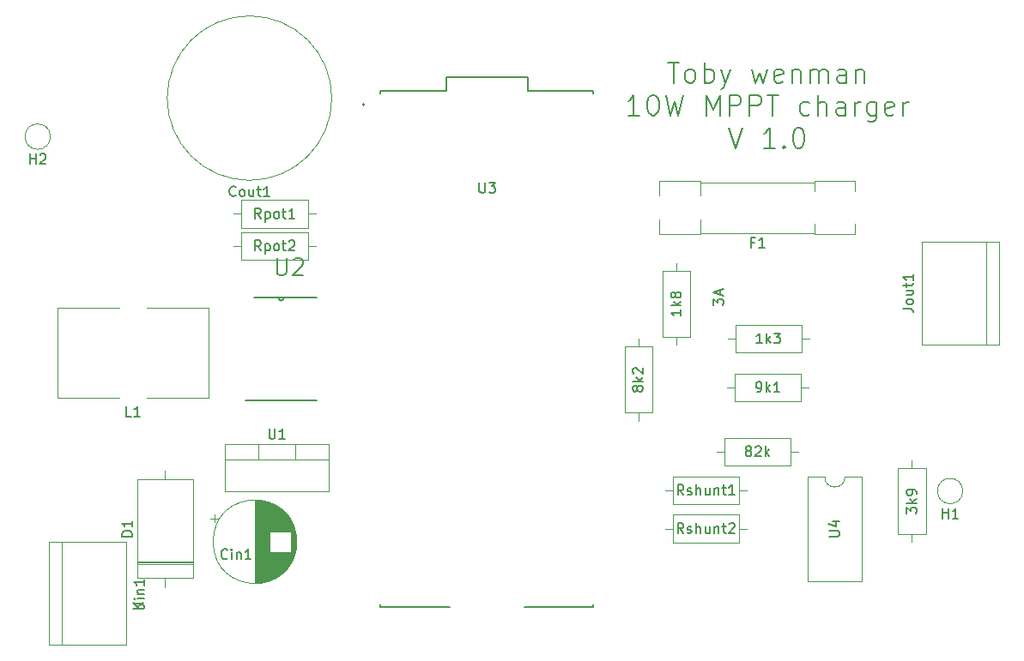
<source format=gbr>
%TF.GenerationSoftware,KiCad,Pcbnew,(6.0.11)*%
%TF.CreationDate,2023-02-09T14:50:47+00:00*%
%TF.ProjectId,mppt charger,6d707074-2063-4686-9172-6765722e6b69,rev?*%
%TF.SameCoordinates,Original*%
%TF.FileFunction,Legend,Top*%
%TF.FilePolarity,Positive*%
%FSLAX46Y46*%
G04 Gerber Fmt 4.6, Leading zero omitted, Abs format (unit mm)*
G04 Created by KiCad (PCBNEW (6.0.11)) date 2023-02-09 14:50:47*
%MOMM*%
%LPD*%
G01*
G04 APERTURE LIST*
%ADD10C,0.150000*%
%ADD11C,0.120000*%
%ADD12C,0.152400*%
%ADD13C,0.127000*%
%ADD14C,0.200000*%
G04 APERTURE END LIST*
D10*
X122642380Y-56641904D02*
X122642380Y-56022857D01*
X123023333Y-56356190D01*
X123023333Y-56213333D01*
X123070952Y-56118095D01*
X123118571Y-56070476D01*
X123213809Y-56022857D01*
X123451904Y-56022857D01*
X123547142Y-56070476D01*
X123594761Y-56118095D01*
X123642380Y-56213333D01*
X123642380Y-56499047D01*
X123594761Y-56594285D01*
X123547142Y-56641904D01*
X123356666Y-55641904D02*
X123356666Y-55165714D01*
X123642380Y-55737142D02*
X122642380Y-55403809D01*
X123642380Y-55070476D01*
X118142857Y-32684761D02*
X119285714Y-32684761D01*
X118714285Y-34684761D02*
X118714285Y-32684761D01*
X120238095Y-34684761D02*
X120047619Y-34589523D01*
X119952380Y-34494285D01*
X119857142Y-34303809D01*
X119857142Y-33732380D01*
X119952380Y-33541904D01*
X120047619Y-33446666D01*
X120238095Y-33351428D01*
X120523809Y-33351428D01*
X120714285Y-33446666D01*
X120809523Y-33541904D01*
X120904761Y-33732380D01*
X120904761Y-34303809D01*
X120809523Y-34494285D01*
X120714285Y-34589523D01*
X120523809Y-34684761D01*
X120238095Y-34684761D01*
X121761904Y-34684761D02*
X121761904Y-32684761D01*
X121761904Y-33446666D02*
X121952380Y-33351428D01*
X122333333Y-33351428D01*
X122523809Y-33446666D01*
X122619047Y-33541904D01*
X122714285Y-33732380D01*
X122714285Y-34303809D01*
X122619047Y-34494285D01*
X122523809Y-34589523D01*
X122333333Y-34684761D01*
X121952380Y-34684761D01*
X121761904Y-34589523D01*
X123380952Y-33351428D02*
X123857142Y-34684761D01*
X124333333Y-33351428D02*
X123857142Y-34684761D01*
X123666666Y-35160952D01*
X123571428Y-35256190D01*
X123380952Y-35351428D01*
X126428571Y-33351428D02*
X126809523Y-34684761D01*
X127190476Y-33732380D01*
X127571428Y-34684761D01*
X127952380Y-33351428D01*
X129476190Y-34589523D02*
X129285714Y-34684761D01*
X128904761Y-34684761D01*
X128714285Y-34589523D01*
X128619047Y-34399047D01*
X128619047Y-33637142D01*
X128714285Y-33446666D01*
X128904761Y-33351428D01*
X129285714Y-33351428D01*
X129476190Y-33446666D01*
X129571428Y-33637142D01*
X129571428Y-33827619D01*
X128619047Y-34018095D01*
X130428571Y-33351428D02*
X130428571Y-34684761D01*
X130428571Y-33541904D02*
X130523809Y-33446666D01*
X130714285Y-33351428D01*
X131000000Y-33351428D01*
X131190476Y-33446666D01*
X131285714Y-33637142D01*
X131285714Y-34684761D01*
X132238095Y-34684761D02*
X132238095Y-33351428D01*
X132238095Y-33541904D02*
X132333333Y-33446666D01*
X132523809Y-33351428D01*
X132809523Y-33351428D01*
X133000000Y-33446666D01*
X133095238Y-33637142D01*
X133095238Y-34684761D01*
X133095238Y-33637142D02*
X133190476Y-33446666D01*
X133380952Y-33351428D01*
X133666666Y-33351428D01*
X133857142Y-33446666D01*
X133952380Y-33637142D01*
X133952380Y-34684761D01*
X135761904Y-34684761D02*
X135761904Y-33637142D01*
X135666666Y-33446666D01*
X135476190Y-33351428D01*
X135095238Y-33351428D01*
X134904761Y-33446666D01*
X135761904Y-34589523D02*
X135571428Y-34684761D01*
X135095238Y-34684761D01*
X134904761Y-34589523D01*
X134809523Y-34399047D01*
X134809523Y-34208571D01*
X134904761Y-34018095D01*
X135095238Y-33922857D01*
X135571428Y-33922857D01*
X135761904Y-33827619D01*
X136714285Y-33351428D02*
X136714285Y-34684761D01*
X136714285Y-33541904D02*
X136809523Y-33446666D01*
X137000000Y-33351428D01*
X137285714Y-33351428D01*
X137476190Y-33446666D01*
X137571428Y-33637142D01*
X137571428Y-34684761D01*
X115380952Y-37904761D02*
X114238095Y-37904761D01*
X114809523Y-37904761D02*
X114809523Y-35904761D01*
X114619047Y-36190476D01*
X114428571Y-36380952D01*
X114238095Y-36476190D01*
X116619047Y-35904761D02*
X116809523Y-35904761D01*
X117000000Y-36000000D01*
X117095238Y-36095238D01*
X117190476Y-36285714D01*
X117285714Y-36666666D01*
X117285714Y-37142857D01*
X117190476Y-37523809D01*
X117095238Y-37714285D01*
X117000000Y-37809523D01*
X116809523Y-37904761D01*
X116619047Y-37904761D01*
X116428571Y-37809523D01*
X116333333Y-37714285D01*
X116238095Y-37523809D01*
X116142857Y-37142857D01*
X116142857Y-36666666D01*
X116238095Y-36285714D01*
X116333333Y-36095238D01*
X116428571Y-36000000D01*
X116619047Y-35904761D01*
X117952380Y-35904761D02*
X118428571Y-37904761D01*
X118809523Y-36476190D01*
X119190476Y-37904761D01*
X119666666Y-35904761D01*
X121952380Y-37904761D02*
X121952380Y-35904761D01*
X122619047Y-37333333D01*
X123285714Y-35904761D01*
X123285714Y-37904761D01*
X124238095Y-37904761D02*
X124238095Y-35904761D01*
X125000000Y-35904761D01*
X125190476Y-36000000D01*
X125285714Y-36095238D01*
X125380952Y-36285714D01*
X125380952Y-36571428D01*
X125285714Y-36761904D01*
X125190476Y-36857142D01*
X125000000Y-36952380D01*
X124238095Y-36952380D01*
X126238095Y-37904761D02*
X126238095Y-35904761D01*
X127000000Y-35904761D01*
X127190476Y-36000000D01*
X127285714Y-36095238D01*
X127380952Y-36285714D01*
X127380952Y-36571428D01*
X127285714Y-36761904D01*
X127190476Y-36857142D01*
X127000000Y-36952380D01*
X126238095Y-36952380D01*
X127952380Y-35904761D02*
X129095238Y-35904761D01*
X128523809Y-37904761D02*
X128523809Y-35904761D01*
X132142857Y-37809523D02*
X131952380Y-37904761D01*
X131571428Y-37904761D01*
X131380952Y-37809523D01*
X131285714Y-37714285D01*
X131190476Y-37523809D01*
X131190476Y-36952380D01*
X131285714Y-36761904D01*
X131380952Y-36666666D01*
X131571428Y-36571428D01*
X131952380Y-36571428D01*
X132142857Y-36666666D01*
X133000000Y-37904761D02*
X133000000Y-35904761D01*
X133857142Y-37904761D02*
X133857142Y-36857142D01*
X133761904Y-36666666D01*
X133571428Y-36571428D01*
X133285714Y-36571428D01*
X133095238Y-36666666D01*
X133000000Y-36761904D01*
X135666666Y-37904761D02*
X135666666Y-36857142D01*
X135571428Y-36666666D01*
X135380952Y-36571428D01*
X135000000Y-36571428D01*
X134809523Y-36666666D01*
X135666666Y-37809523D02*
X135476190Y-37904761D01*
X135000000Y-37904761D01*
X134809523Y-37809523D01*
X134714285Y-37619047D01*
X134714285Y-37428571D01*
X134809523Y-37238095D01*
X135000000Y-37142857D01*
X135476190Y-37142857D01*
X135666666Y-37047619D01*
X136619047Y-37904761D02*
X136619047Y-36571428D01*
X136619047Y-36952380D02*
X136714285Y-36761904D01*
X136809523Y-36666666D01*
X137000000Y-36571428D01*
X137190476Y-36571428D01*
X138714285Y-36571428D02*
X138714285Y-38190476D01*
X138619047Y-38380952D01*
X138523809Y-38476190D01*
X138333333Y-38571428D01*
X138047619Y-38571428D01*
X137857142Y-38476190D01*
X138714285Y-37809523D02*
X138523809Y-37904761D01*
X138142857Y-37904761D01*
X137952380Y-37809523D01*
X137857142Y-37714285D01*
X137761904Y-37523809D01*
X137761904Y-36952380D01*
X137857142Y-36761904D01*
X137952380Y-36666666D01*
X138142857Y-36571428D01*
X138523809Y-36571428D01*
X138714285Y-36666666D01*
X140428571Y-37809523D02*
X140238095Y-37904761D01*
X139857142Y-37904761D01*
X139666666Y-37809523D01*
X139571428Y-37619047D01*
X139571428Y-36857142D01*
X139666666Y-36666666D01*
X139857142Y-36571428D01*
X140238095Y-36571428D01*
X140428571Y-36666666D01*
X140523809Y-36857142D01*
X140523809Y-37047619D01*
X139571428Y-37238095D01*
X141380952Y-37904761D02*
X141380952Y-36571428D01*
X141380952Y-36952380D02*
X141476190Y-36761904D01*
X141571428Y-36666666D01*
X141761904Y-36571428D01*
X141952380Y-36571428D01*
X124190476Y-39124761D02*
X124857142Y-41124761D01*
X125523809Y-39124761D01*
X128761904Y-41124761D02*
X127619047Y-41124761D01*
X128190476Y-41124761D02*
X128190476Y-39124761D01*
X128000000Y-39410476D01*
X127809523Y-39600952D01*
X127619047Y-39696190D01*
X129619047Y-40934285D02*
X129714285Y-41029523D01*
X129619047Y-41124761D01*
X129523809Y-41029523D01*
X129619047Y-40934285D01*
X129619047Y-41124761D01*
X130952380Y-39124761D02*
X131142857Y-39124761D01*
X131333333Y-39220000D01*
X131428571Y-39315238D01*
X131523809Y-39505714D01*
X131619047Y-39886666D01*
X131619047Y-40362857D01*
X131523809Y-40743809D01*
X131428571Y-40934285D01*
X131333333Y-41029523D01*
X131142857Y-41124761D01*
X130952380Y-41124761D01*
X130761904Y-41029523D01*
X130666666Y-40934285D01*
X130571428Y-40743809D01*
X130476190Y-40362857D01*
X130476190Y-39886666D01*
X130571428Y-39505714D01*
X130666666Y-39315238D01*
X130761904Y-39220000D01*
X130952380Y-39124761D01*
X126023809Y-71000952D02*
X125928571Y-70953333D01*
X125880952Y-70905714D01*
X125833333Y-70810476D01*
X125833333Y-70762857D01*
X125880952Y-70667619D01*
X125928571Y-70620000D01*
X126023809Y-70572380D01*
X126214285Y-70572380D01*
X126309523Y-70620000D01*
X126357142Y-70667619D01*
X126404761Y-70762857D01*
X126404761Y-70810476D01*
X126357142Y-70905714D01*
X126309523Y-70953333D01*
X126214285Y-71000952D01*
X126023809Y-71000952D01*
X125928571Y-71048571D01*
X125880952Y-71096190D01*
X125833333Y-71191428D01*
X125833333Y-71381904D01*
X125880952Y-71477142D01*
X125928571Y-71524761D01*
X126023809Y-71572380D01*
X126214285Y-71572380D01*
X126309523Y-71524761D01*
X126357142Y-71477142D01*
X126404761Y-71381904D01*
X126404761Y-71191428D01*
X126357142Y-71096190D01*
X126309523Y-71048571D01*
X126214285Y-71000952D01*
X126785714Y-70667619D02*
X126833333Y-70620000D01*
X126928571Y-70572380D01*
X127166666Y-70572380D01*
X127261904Y-70620000D01*
X127309523Y-70667619D01*
X127357142Y-70762857D01*
X127357142Y-70858095D01*
X127309523Y-71000952D01*
X126738095Y-71572380D01*
X127357142Y-71572380D01*
X127785714Y-71572380D02*
X127785714Y-70572380D01*
X127880952Y-71191428D02*
X128166666Y-71572380D01*
X128166666Y-70905714D02*
X127785714Y-71286666D01*
%TO.C,F1*%
X126666666Y-50428571D02*
X126333333Y-50428571D01*
X126333333Y-50952380D02*
X126333333Y-49952380D01*
X126809523Y-49952380D01*
X127714285Y-50952380D02*
X127142857Y-50952380D01*
X127428571Y-50952380D02*
X127428571Y-49952380D01*
X127333333Y-50095238D01*
X127238095Y-50190476D01*
X127142857Y-50238095D01*
%TO.C,U4*%
X134072380Y-79501904D02*
X134881904Y-79501904D01*
X134977142Y-79454285D01*
X135024761Y-79406666D01*
X135072380Y-79311428D01*
X135072380Y-79120952D01*
X135024761Y-79025714D01*
X134977142Y-78978095D01*
X134881904Y-78930476D01*
X134072380Y-78930476D01*
X134405714Y-78025714D02*
X135072380Y-78025714D01*
X134024761Y-78263809D02*
X134739047Y-78501904D01*
X134739047Y-77882857D01*
%TO.C,U2*%
X79594542Y-52023005D02*
X79594542Y-53351924D01*
X79672714Y-53508267D01*
X79750886Y-53586439D01*
X79907229Y-53664611D01*
X80219916Y-53664611D01*
X80376259Y-53586439D01*
X80454431Y-53508267D01*
X80532603Y-53351924D01*
X80532603Y-52023005D01*
X81236148Y-52179348D02*
X81314320Y-52101177D01*
X81470663Y-52023005D01*
X81861522Y-52023005D01*
X82017865Y-52101177D01*
X82096037Y-52179348D01*
X82174209Y-52335692D01*
X82174209Y-52492035D01*
X82096037Y-52726550D01*
X81157976Y-53664611D01*
X82174209Y-53664611D01*
%TO.C,9k1*%
X126944571Y-65222380D02*
X127135047Y-65222380D01*
X127230285Y-65174761D01*
X127277904Y-65127142D01*
X127373142Y-64984285D01*
X127420761Y-64793809D01*
X127420761Y-64412857D01*
X127373142Y-64317619D01*
X127325523Y-64270000D01*
X127230285Y-64222380D01*
X127039809Y-64222380D01*
X126944571Y-64270000D01*
X126896952Y-64317619D01*
X126849333Y-64412857D01*
X126849333Y-64650952D01*
X126896952Y-64746190D01*
X126944571Y-64793809D01*
X127039809Y-64841428D01*
X127230285Y-64841428D01*
X127325523Y-64793809D01*
X127373142Y-64746190D01*
X127420761Y-64650952D01*
X127849333Y-65222380D02*
X127849333Y-64222380D01*
X127944571Y-64841428D02*
X128230285Y-65222380D01*
X128230285Y-64555714D02*
X127849333Y-64936666D01*
X129182666Y-65222380D02*
X128611238Y-65222380D01*
X128896952Y-65222380D02*
X128896952Y-64222380D01*
X128801714Y-64365238D01*
X128706476Y-64460476D01*
X128611238Y-64508095D01*
%TO.C,U3*%
X99568095Y-44537380D02*
X99568095Y-45346904D01*
X99615714Y-45442142D01*
X99663333Y-45489761D01*
X99758571Y-45537380D01*
X99949047Y-45537380D01*
X100044285Y-45489761D01*
X100091904Y-45442142D01*
X100139523Y-45346904D01*
X100139523Y-44537380D01*
X100520476Y-44537380D02*
X101139523Y-44537380D01*
X100806190Y-44918333D01*
X100949047Y-44918333D01*
X101044285Y-44965952D01*
X101091904Y-45013571D01*
X101139523Y-45108809D01*
X101139523Y-45346904D01*
X101091904Y-45442142D01*
X101044285Y-45489761D01*
X100949047Y-45537380D01*
X100663333Y-45537380D01*
X100568095Y-45489761D01*
X100520476Y-45442142D01*
%TO.C,H1*%
X145238095Y-77702380D02*
X145238095Y-76702380D01*
X145238095Y-77178571D02*
X145809523Y-77178571D01*
X145809523Y-77702380D02*
X145809523Y-76702380D01*
X146809523Y-77702380D02*
X146238095Y-77702380D01*
X146523809Y-77702380D02*
X146523809Y-76702380D01*
X146428571Y-76845238D01*
X146333333Y-76940476D01*
X146238095Y-76988095D01*
%TO.C,L1*%
X65238333Y-67637380D02*
X64762142Y-67637380D01*
X64762142Y-66637380D01*
X66095476Y-67637380D02*
X65524047Y-67637380D01*
X65809761Y-67637380D02*
X65809761Y-66637380D01*
X65714523Y-66780238D01*
X65619285Y-66875476D01*
X65524047Y-66923095D01*
%TO.C,Cin1*%
X74707857Y-81637142D02*
X74660238Y-81684761D01*
X74517380Y-81732380D01*
X74422142Y-81732380D01*
X74279285Y-81684761D01*
X74184047Y-81589523D01*
X74136428Y-81494285D01*
X74088809Y-81303809D01*
X74088809Y-81160952D01*
X74136428Y-80970476D01*
X74184047Y-80875238D01*
X74279285Y-80780000D01*
X74422142Y-80732380D01*
X74517380Y-80732380D01*
X74660238Y-80780000D01*
X74707857Y-80827619D01*
X75136428Y-81732380D02*
X75136428Y-81065714D01*
X75136428Y-80732380D02*
X75088809Y-80780000D01*
X75136428Y-80827619D01*
X75184047Y-80780000D01*
X75136428Y-80732380D01*
X75136428Y-80827619D01*
X75612619Y-81065714D02*
X75612619Y-81732380D01*
X75612619Y-81160952D02*
X75660238Y-81113333D01*
X75755476Y-81065714D01*
X75898333Y-81065714D01*
X75993571Y-81113333D01*
X76041190Y-81208571D01*
X76041190Y-81732380D01*
X77041190Y-81732380D02*
X76469761Y-81732380D01*
X76755476Y-81732380D02*
X76755476Y-80732380D01*
X76660238Y-80875238D01*
X76565000Y-80970476D01*
X76469761Y-81018095D01*
%TO.C,1k3*%
X127484761Y-60402380D02*
X126913333Y-60402380D01*
X127199047Y-60402380D02*
X127199047Y-59402380D01*
X127103809Y-59545238D01*
X127008571Y-59640476D01*
X126913333Y-59688095D01*
X127913333Y-60402380D02*
X127913333Y-59402380D01*
X128008571Y-60021428D02*
X128294285Y-60402380D01*
X128294285Y-59735714D02*
X127913333Y-60116666D01*
X128627619Y-59402380D02*
X129246666Y-59402380D01*
X128913333Y-59783333D01*
X129056190Y-59783333D01*
X129151428Y-59830952D01*
X129199047Y-59878571D01*
X129246666Y-59973809D01*
X129246666Y-60211904D01*
X129199047Y-60307142D01*
X129151428Y-60354761D01*
X129056190Y-60402380D01*
X128770476Y-60402380D01*
X128675238Y-60354761D01*
X128627619Y-60307142D01*
%TO.C,Rshunt2*%
X119705714Y-79172380D02*
X119372380Y-78696190D01*
X119134285Y-79172380D02*
X119134285Y-78172380D01*
X119515238Y-78172380D01*
X119610476Y-78220000D01*
X119658095Y-78267619D01*
X119705714Y-78362857D01*
X119705714Y-78505714D01*
X119658095Y-78600952D01*
X119610476Y-78648571D01*
X119515238Y-78696190D01*
X119134285Y-78696190D01*
X120086666Y-79124761D02*
X120181904Y-79172380D01*
X120372380Y-79172380D01*
X120467619Y-79124761D01*
X120515238Y-79029523D01*
X120515238Y-78981904D01*
X120467619Y-78886666D01*
X120372380Y-78839047D01*
X120229523Y-78839047D01*
X120134285Y-78791428D01*
X120086666Y-78696190D01*
X120086666Y-78648571D01*
X120134285Y-78553333D01*
X120229523Y-78505714D01*
X120372380Y-78505714D01*
X120467619Y-78553333D01*
X120943809Y-79172380D02*
X120943809Y-78172380D01*
X121372380Y-79172380D02*
X121372380Y-78648571D01*
X121324761Y-78553333D01*
X121229523Y-78505714D01*
X121086666Y-78505714D01*
X120991428Y-78553333D01*
X120943809Y-78600952D01*
X122277142Y-78505714D02*
X122277142Y-79172380D01*
X121848571Y-78505714D02*
X121848571Y-79029523D01*
X121896190Y-79124761D01*
X121991428Y-79172380D01*
X122134285Y-79172380D01*
X122229523Y-79124761D01*
X122277142Y-79077142D01*
X122753333Y-78505714D02*
X122753333Y-79172380D01*
X122753333Y-78600952D02*
X122800952Y-78553333D01*
X122896190Y-78505714D01*
X123039047Y-78505714D01*
X123134285Y-78553333D01*
X123181904Y-78648571D01*
X123181904Y-79172380D01*
X123515238Y-78505714D02*
X123896190Y-78505714D01*
X123658095Y-78172380D02*
X123658095Y-79029523D01*
X123705714Y-79124761D01*
X123800952Y-79172380D01*
X123896190Y-79172380D01*
X124181904Y-78267619D02*
X124229523Y-78220000D01*
X124324761Y-78172380D01*
X124562857Y-78172380D01*
X124658095Y-78220000D01*
X124705714Y-78267619D01*
X124753333Y-78362857D01*
X124753333Y-78458095D01*
X124705714Y-78600952D01*
X124134285Y-79172380D01*
X124753333Y-79172380D01*
%TO.C,D1*%
X65312380Y-79478095D02*
X64312380Y-79478095D01*
X64312380Y-79240000D01*
X64360000Y-79097142D01*
X64455238Y-79001904D01*
X64550476Y-78954285D01*
X64740952Y-78906666D01*
X64883809Y-78906666D01*
X65074285Y-78954285D01*
X65169523Y-79001904D01*
X65264761Y-79097142D01*
X65312380Y-79240000D01*
X65312380Y-79478095D01*
X65312380Y-77954285D02*
X65312380Y-78525714D01*
X65312380Y-78240000D02*
X64312380Y-78240000D01*
X64455238Y-78335238D01*
X64550476Y-78430476D01*
X64598095Y-78525714D01*
X66432380Y-86621904D02*
X65432380Y-86621904D01*
X66432380Y-86050476D02*
X65860952Y-86479047D01*
X65432380Y-86050476D02*
X66003809Y-86621904D01*
%TO.C,1k8*%
X119452380Y-57110238D02*
X119452380Y-57681666D01*
X119452380Y-57395952D02*
X118452380Y-57395952D01*
X118595238Y-57491190D01*
X118690476Y-57586428D01*
X118738095Y-57681666D01*
X119452380Y-56681666D02*
X118452380Y-56681666D01*
X119071428Y-56586428D02*
X119452380Y-56300714D01*
X118785714Y-56300714D02*
X119166666Y-56681666D01*
X118880952Y-55729285D02*
X118833333Y-55824523D01*
X118785714Y-55872142D01*
X118690476Y-55919761D01*
X118642857Y-55919761D01*
X118547619Y-55872142D01*
X118500000Y-55824523D01*
X118452380Y-55729285D01*
X118452380Y-55538809D01*
X118500000Y-55443571D01*
X118547619Y-55395952D01*
X118642857Y-55348333D01*
X118690476Y-55348333D01*
X118785714Y-55395952D01*
X118833333Y-55443571D01*
X118880952Y-55538809D01*
X118880952Y-55729285D01*
X118928571Y-55824523D01*
X118976190Y-55872142D01*
X119071428Y-55919761D01*
X119261904Y-55919761D01*
X119357142Y-55872142D01*
X119404761Y-55824523D01*
X119452380Y-55729285D01*
X119452380Y-55538809D01*
X119404761Y-55443571D01*
X119357142Y-55395952D01*
X119261904Y-55348333D01*
X119071428Y-55348333D01*
X118976190Y-55395952D01*
X118928571Y-55443571D01*
X118880952Y-55538809D01*
%TO.C,Rshunt1*%
X119705714Y-75382380D02*
X119372380Y-74906190D01*
X119134285Y-75382380D02*
X119134285Y-74382380D01*
X119515238Y-74382380D01*
X119610476Y-74430000D01*
X119658095Y-74477619D01*
X119705714Y-74572857D01*
X119705714Y-74715714D01*
X119658095Y-74810952D01*
X119610476Y-74858571D01*
X119515238Y-74906190D01*
X119134285Y-74906190D01*
X120086666Y-75334761D02*
X120181904Y-75382380D01*
X120372380Y-75382380D01*
X120467619Y-75334761D01*
X120515238Y-75239523D01*
X120515238Y-75191904D01*
X120467619Y-75096666D01*
X120372380Y-75049047D01*
X120229523Y-75049047D01*
X120134285Y-75001428D01*
X120086666Y-74906190D01*
X120086666Y-74858571D01*
X120134285Y-74763333D01*
X120229523Y-74715714D01*
X120372380Y-74715714D01*
X120467619Y-74763333D01*
X120943809Y-75382380D02*
X120943809Y-74382380D01*
X121372380Y-75382380D02*
X121372380Y-74858571D01*
X121324761Y-74763333D01*
X121229523Y-74715714D01*
X121086666Y-74715714D01*
X120991428Y-74763333D01*
X120943809Y-74810952D01*
X122277142Y-74715714D02*
X122277142Y-75382380D01*
X121848571Y-74715714D02*
X121848571Y-75239523D01*
X121896190Y-75334761D01*
X121991428Y-75382380D01*
X122134285Y-75382380D01*
X122229523Y-75334761D01*
X122277142Y-75287142D01*
X122753333Y-74715714D02*
X122753333Y-75382380D01*
X122753333Y-74810952D02*
X122800952Y-74763333D01*
X122896190Y-74715714D01*
X123039047Y-74715714D01*
X123134285Y-74763333D01*
X123181904Y-74858571D01*
X123181904Y-75382380D01*
X123515238Y-74715714D02*
X123896190Y-74715714D01*
X123658095Y-74382380D02*
X123658095Y-75239523D01*
X123705714Y-75334761D01*
X123800952Y-75382380D01*
X123896190Y-75382380D01*
X124753333Y-75382380D02*
X124181904Y-75382380D01*
X124467619Y-75382380D02*
X124467619Y-74382380D01*
X124372380Y-74525238D01*
X124277142Y-74620476D01*
X124181904Y-74668095D01*
%TO.C,Rpot1*%
X78017857Y-48077380D02*
X77684523Y-47601190D01*
X77446428Y-48077380D02*
X77446428Y-47077380D01*
X77827380Y-47077380D01*
X77922619Y-47125000D01*
X77970238Y-47172619D01*
X78017857Y-47267857D01*
X78017857Y-47410714D01*
X77970238Y-47505952D01*
X77922619Y-47553571D01*
X77827380Y-47601190D01*
X77446428Y-47601190D01*
X78446428Y-47410714D02*
X78446428Y-48410714D01*
X78446428Y-47458333D02*
X78541666Y-47410714D01*
X78732142Y-47410714D01*
X78827380Y-47458333D01*
X78875000Y-47505952D01*
X78922619Y-47601190D01*
X78922619Y-47886904D01*
X78875000Y-47982142D01*
X78827380Y-48029761D01*
X78732142Y-48077380D01*
X78541666Y-48077380D01*
X78446428Y-48029761D01*
X79494047Y-48077380D02*
X79398809Y-48029761D01*
X79351190Y-47982142D01*
X79303571Y-47886904D01*
X79303571Y-47601190D01*
X79351190Y-47505952D01*
X79398809Y-47458333D01*
X79494047Y-47410714D01*
X79636904Y-47410714D01*
X79732142Y-47458333D01*
X79779761Y-47505952D01*
X79827380Y-47601190D01*
X79827380Y-47886904D01*
X79779761Y-47982142D01*
X79732142Y-48029761D01*
X79636904Y-48077380D01*
X79494047Y-48077380D01*
X80113095Y-47410714D02*
X80494047Y-47410714D01*
X80255952Y-47077380D02*
X80255952Y-47934523D01*
X80303571Y-48029761D01*
X80398809Y-48077380D01*
X80494047Y-48077380D01*
X81351190Y-48077380D02*
X80779761Y-48077380D01*
X81065476Y-48077380D02*
X81065476Y-47077380D01*
X80970238Y-47220238D01*
X80875000Y-47315476D01*
X80779761Y-47363095D01*
%TO.C,U1*%
X78838095Y-68842380D02*
X78838095Y-69651904D01*
X78885714Y-69747142D01*
X78933333Y-69794761D01*
X79028571Y-69842380D01*
X79219047Y-69842380D01*
X79314285Y-69794761D01*
X79361904Y-69747142D01*
X79409523Y-69651904D01*
X79409523Y-68842380D01*
X80409523Y-69842380D02*
X79838095Y-69842380D01*
X80123809Y-69842380D02*
X80123809Y-68842380D01*
X80028571Y-68985238D01*
X79933333Y-69080476D01*
X79838095Y-69128095D01*
%TO.C,Rpot2*%
X78017857Y-51252380D02*
X77684523Y-50776190D01*
X77446428Y-51252380D02*
X77446428Y-50252380D01*
X77827380Y-50252380D01*
X77922619Y-50300000D01*
X77970238Y-50347619D01*
X78017857Y-50442857D01*
X78017857Y-50585714D01*
X77970238Y-50680952D01*
X77922619Y-50728571D01*
X77827380Y-50776190D01*
X77446428Y-50776190D01*
X78446428Y-50585714D02*
X78446428Y-51585714D01*
X78446428Y-50633333D02*
X78541666Y-50585714D01*
X78732142Y-50585714D01*
X78827380Y-50633333D01*
X78875000Y-50680952D01*
X78922619Y-50776190D01*
X78922619Y-51061904D01*
X78875000Y-51157142D01*
X78827380Y-51204761D01*
X78732142Y-51252380D01*
X78541666Y-51252380D01*
X78446428Y-51204761D01*
X79494047Y-51252380D02*
X79398809Y-51204761D01*
X79351190Y-51157142D01*
X79303571Y-51061904D01*
X79303571Y-50776190D01*
X79351190Y-50680952D01*
X79398809Y-50633333D01*
X79494047Y-50585714D01*
X79636904Y-50585714D01*
X79732142Y-50633333D01*
X79779761Y-50680952D01*
X79827380Y-50776190D01*
X79827380Y-51061904D01*
X79779761Y-51157142D01*
X79732142Y-51204761D01*
X79636904Y-51252380D01*
X79494047Y-51252380D01*
X80113095Y-50585714D02*
X80494047Y-50585714D01*
X80255952Y-50252380D02*
X80255952Y-51109523D01*
X80303571Y-51204761D01*
X80398809Y-51252380D01*
X80494047Y-51252380D01*
X80779761Y-50347619D02*
X80827380Y-50300000D01*
X80922619Y-50252380D01*
X81160714Y-50252380D01*
X81255952Y-50300000D01*
X81303571Y-50347619D01*
X81351190Y-50442857D01*
X81351190Y-50538095D01*
X81303571Y-50680952D01*
X80732142Y-51252380D01*
X81351190Y-51252380D01*
%TO.C,Jout1*%
X141372380Y-56983809D02*
X142086666Y-56983809D01*
X142229523Y-57031428D01*
X142324761Y-57126666D01*
X142372380Y-57269523D01*
X142372380Y-57364761D01*
X142372380Y-56364761D02*
X142324761Y-56460000D01*
X142277142Y-56507619D01*
X142181904Y-56555238D01*
X141896190Y-56555238D01*
X141800952Y-56507619D01*
X141753333Y-56460000D01*
X141705714Y-56364761D01*
X141705714Y-56221904D01*
X141753333Y-56126666D01*
X141800952Y-56079047D01*
X141896190Y-56031428D01*
X142181904Y-56031428D01*
X142277142Y-56079047D01*
X142324761Y-56126666D01*
X142372380Y-56221904D01*
X142372380Y-56364761D01*
X141705714Y-55174285D02*
X142372380Y-55174285D01*
X141705714Y-55602857D02*
X142229523Y-55602857D01*
X142324761Y-55555238D01*
X142372380Y-55460000D01*
X142372380Y-55317142D01*
X142324761Y-55221904D01*
X142277142Y-55174285D01*
X141705714Y-54840952D02*
X141705714Y-54460000D01*
X141372380Y-54698095D02*
X142229523Y-54698095D01*
X142324761Y-54650476D01*
X142372380Y-54555238D01*
X142372380Y-54460000D01*
X142372380Y-53602857D02*
X142372380Y-54174285D01*
X142372380Y-53888571D02*
X141372380Y-53888571D01*
X141515238Y-53983809D01*
X141610476Y-54079047D01*
X141658095Y-54174285D01*
%TO.C,3k9*%
X141692380Y-77214285D02*
X141692380Y-76595238D01*
X142073333Y-76928571D01*
X142073333Y-76785714D01*
X142120952Y-76690476D01*
X142168571Y-76642857D01*
X142263809Y-76595238D01*
X142501904Y-76595238D01*
X142597142Y-76642857D01*
X142644761Y-76690476D01*
X142692380Y-76785714D01*
X142692380Y-77071428D01*
X142644761Y-77166666D01*
X142597142Y-77214285D01*
X142692380Y-76166666D02*
X141692380Y-76166666D01*
X142311428Y-76071428D02*
X142692380Y-75785714D01*
X142025714Y-75785714D02*
X142406666Y-76166666D01*
X142692380Y-75309523D02*
X142692380Y-75119047D01*
X142644761Y-75023809D01*
X142597142Y-74976190D01*
X142454285Y-74880952D01*
X142263809Y-74833333D01*
X141882857Y-74833333D01*
X141787619Y-74880952D01*
X141740000Y-74928571D01*
X141692380Y-75023809D01*
X141692380Y-75214285D01*
X141740000Y-75309523D01*
X141787619Y-75357142D01*
X141882857Y-75404761D01*
X142120952Y-75404761D01*
X142216190Y-75357142D01*
X142263809Y-75309523D01*
X142311428Y-75214285D01*
X142311428Y-75023809D01*
X142263809Y-74928571D01*
X142216190Y-74880952D01*
X142120952Y-74833333D01*
%TO.C,Jin1*%
X65492380Y-86113809D02*
X66206666Y-86113809D01*
X66349523Y-86161428D01*
X66444761Y-86256666D01*
X66492380Y-86399523D01*
X66492380Y-86494761D01*
X66492380Y-85637619D02*
X65825714Y-85637619D01*
X65492380Y-85637619D02*
X65540000Y-85685238D01*
X65587619Y-85637619D01*
X65540000Y-85590000D01*
X65492380Y-85637619D01*
X65587619Y-85637619D01*
X65825714Y-85161428D02*
X66492380Y-85161428D01*
X65920952Y-85161428D02*
X65873333Y-85113809D01*
X65825714Y-85018571D01*
X65825714Y-84875714D01*
X65873333Y-84780476D01*
X65968571Y-84732857D01*
X66492380Y-84732857D01*
X66492380Y-83732857D02*
X66492380Y-84304285D01*
X66492380Y-84018571D02*
X65492380Y-84018571D01*
X65635238Y-84113809D01*
X65730476Y-84209047D01*
X65778095Y-84304285D01*
%TO.C,Cout1*%
X75537857Y-45802142D02*
X75490238Y-45849761D01*
X75347380Y-45897380D01*
X75252142Y-45897380D01*
X75109285Y-45849761D01*
X75014047Y-45754523D01*
X74966428Y-45659285D01*
X74918809Y-45468809D01*
X74918809Y-45325952D01*
X74966428Y-45135476D01*
X75014047Y-45040238D01*
X75109285Y-44945000D01*
X75252142Y-44897380D01*
X75347380Y-44897380D01*
X75490238Y-44945000D01*
X75537857Y-44992619D01*
X76109285Y-45897380D02*
X76014047Y-45849761D01*
X75966428Y-45802142D01*
X75918809Y-45706904D01*
X75918809Y-45421190D01*
X75966428Y-45325952D01*
X76014047Y-45278333D01*
X76109285Y-45230714D01*
X76252142Y-45230714D01*
X76347380Y-45278333D01*
X76395000Y-45325952D01*
X76442619Y-45421190D01*
X76442619Y-45706904D01*
X76395000Y-45802142D01*
X76347380Y-45849761D01*
X76252142Y-45897380D01*
X76109285Y-45897380D01*
X77299761Y-45230714D02*
X77299761Y-45897380D01*
X76871190Y-45230714D02*
X76871190Y-45754523D01*
X76918809Y-45849761D01*
X77014047Y-45897380D01*
X77156904Y-45897380D01*
X77252142Y-45849761D01*
X77299761Y-45802142D01*
X77633095Y-45230714D02*
X78014047Y-45230714D01*
X77775952Y-44897380D02*
X77775952Y-45754523D01*
X77823571Y-45849761D01*
X77918809Y-45897380D01*
X78014047Y-45897380D01*
X78871190Y-45897380D02*
X78299761Y-45897380D01*
X78585476Y-45897380D02*
X78585476Y-44897380D01*
X78490238Y-45040238D01*
X78395000Y-45135476D01*
X78299761Y-45183095D01*
%TO.C,8k2*%
X115130952Y-64976190D02*
X115083333Y-65071428D01*
X115035714Y-65119047D01*
X114940476Y-65166666D01*
X114892857Y-65166666D01*
X114797619Y-65119047D01*
X114750000Y-65071428D01*
X114702380Y-64976190D01*
X114702380Y-64785714D01*
X114750000Y-64690476D01*
X114797619Y-64642857D01*
X114892857Y-64595238D01*
X114940476Y-64595238D01*
X115035714Y-64642857D01*
X115083333Y-64690476D01*
X115130952Y-64785714D01*
X115130952Y-64976190D01*
X115178571Y-65071428D01*
X115226190Y-65119047D01*
X115321428Y-65166666D01*
X115511904Y-65166666D01*
X115607142Y-65119047D01*
X115654761Y-65071428D01*
X115702380Y-64976190D01*
X115702380Y-64785714D01*
X115654761Y-64690476D01*
X115607142Y-64642857D01*
X115511904Y-64595238D01*
X115321428Y-64595238D01*
X115226190Y-64642857D01*
X115178571Y-64690476D01*
X115130952Y-64785714D01*
X115702380Y-64166666D02*
X114702380Y-64166666D01*
X115321428Y-64071428D02*
X115702380Y-63785714D01*
X115035714Y-63785714D02*
X115416666Y-64166666D01*
X114797619Y-63404761D02*
X114750000Y-63357142D01*
X114702380Y-63261904D01*
X114702380Y-63023809D01*
X114750000Y-62928571D01*
X114797619Y-62880952D01*
X114892857Y-62833333D01*
X114988095Y-62833333D01*
X115130952Y-62880952D01*
X115702380Y-63452380D01*
X115702380Y-62833333D01*
%TO.C,H2*%
X55238095Y-42702380D02*
X55238095Y-41702380D01*
X55238095Y-42178571D02*
X55809523Y-42178571D01*
X55809523Y-42702380D02*
X55809523Y-41702380D01*
X56238095Y-41797619D02*
X56285714Y-41750000D01*
X56380952Y-41702380D01*
X56619047Y-41702380D01*
X56714285Y-41750000D01*
X56761904Y-41797619D01*
X56809523Y-41892857D01*
X56809523Y-41988095D01*
X56761904Y-42130952D01*
X56190476Y-42702380D01*
X56809523Y-42702380D01*
D11*
%TO.C,F1*%
X132650000Y-49600000D02*
X136650000Y-49600000D01*
X132650000Y-44400000D02*
X132650000Y-45400000D01*
X121350000Y-44400000D02*
X117350000Y-44400000D01*
X117350000Y-45800000D02*
X117350000Y-44400000D01*
X136650000Y-44400000D02*
X136650000Y-45400000D01*
X117350000Y-49600000D02*
X121350000Y-49600000D01*
X121350000Y-44400000D02*
X121350000Y-45800000D01*
X121350000Y-49500000D02*
X132650000Y-49500000D01*
X136650000Y-49600000D02*
X136650000Y-48600000D01*
X132650000Y-49600000D02*
X132650000Y-48600000D01*
X132650000Y-44400000D02*
X136650000Y-44400000D01*
X121350000Y-44500000D02*
X132650000Y-44500000D01*
X117350000Y-48200000D02*
X117350000Y-49600000D01*
X121350000Y-49600000D02*
X121350000Y-48200000D01*
%TO.C,U4*%
X137280000Y-73610000D02*
X135630000Y-73610000D01*
X137280000Y-83890000D02*
X137280000Y-73610000D01*
X131980000Y-73610000D02*
X131980000Y-83890000D01*
X131980000Y-83890000D02*
X137280000Y-83890000D01*
X133630000Y-73610000D02*
X131980000Y-73610000D01*
X133630000Y-73610000D02*
G75*
G03*
X135630000Y-73610000I1000000J0D01*
G01*
D12*
%TO.C,U2*%
X76530200Y-66040000D02*
X83489800Y-66040000D01*
X79705200Y-55880000D02*
X77343000Y-55880000D01*
X83489800Y-55880000D02*
X80314800Y-55880000D01*
X80314800Y-55880000D02*
X79705200Y-55880000D01*
X79705200Y-55880000D02*
G75*
G03*
X80314800Y-55880000I304800J0D01*
G01*
D11*
%TO.C,9k1*%
X123976000Y-64770000D02*
X124746000Y-64770000D01*
X131286000Y-66140000D02*
X131286000Y-63400000D01*
X124746000Y-63400000D02*
X124746000Y-66140000D01*
X132056000Y-64770000D02*
X131286000Y-64770000D01*
X124746000Y-66140000D02*
X131286000Y-66140000D01*
X131286000Y-63400000D02*
X124746000Y-63400000D01*
%TO.C,Rf1*%
X130270000Y-69750000D02*
X123730000Y-69750000D01*
X122960000Y-71120000D02*
X123730000Y-71120000D01*
X130270000Y-72490000D02*
X130270000Y-69750000D01*
X131040000Y-71120000D02*
X130270000Y-71120000D01*
X123730000Y-69750000D02*
X123730000Y-72490000D01*
X123730000Y-72490000D02*
X130270000Y-72490000D01*
D13*
%TO.C,U3*%
X104330000Y-35460000D02*
X110830000Y-35460000D01*
X110830000Y-35460000D02*
X110830000Y-35710000D01*
X96330000Y-34160000D02*
X104330000Y-34160000D01*
X96670000Y-86460000D02*
X89830000Y-86460000D01*
X110830000Y-86460000D02*
X110830000Y-86210000D01*
X89830000Y-35460000D02*
X96330000Y-35460000D01*
X89830000Y-35710000D02*
X89830000Y-35460000D01*
X89830000Y-86460000D02*
X89830000Y-86210000D01*
X110830000Y-86460000D02*
X103990000Y-86460000D01*
X104330000Y-34160000D02*
X104330000Y-35460000D01*
X96330000Y-35460000D02*
X96330000Y-34160000D01*
D14*
X88240000Y-36830000D02*
G75*
G03*
X88240000Y-36830000I-100000J0D01*
G01*
D11*
%TO.C,H1*%
X147251000Y-75000000D02*
G75*
G03*
X147251000Y-75000000I-1251000J0D01*
G01*
%TO.C,L1*%
X72890000Y-65785000D02*
X72890000Y-56905000D01*
X72890000Y-65785000D02*
X66770000Y-65785000D01*
X72890000Y-56905000D02*
X66770000Y-56905000D01*
X57920000Y-65785000D02*
X57920000Y-56905000D01*
X64040000Y-56905000D02*
X57920000Y-56905000D01*
X64040000Y-65785000D02*
X57920000Y-65785000D01*
%TO.C,Cin1*%
X79511000Y-81050000D02*
X79511000Y-83527000D01*
X79751000Y-81050000D02*
X79751000Y-83375000D01*
X80311000Y-81050000D02*
X80311000Y-82917000D01*
X81031000Y-78046000D02*
X81031000Y-81974000D01*
X79311000Y-76383000D02*
X79311000Y-78970000D01*
X80431000Y-81050000D02*
X80431000Y-82794000D01*
X81391000Y-78912000D02*
X81391000Y-81108000D01*
X78191000Y-76000000D02*
X78191000Y-84020000D01*
X73020302Y-77695000D02*
X73820302Y-77695000D01*
X79071000Y-81050000D02*
X79071000Y-83750000D01*
X79151000Y-81050000D02*
X79151000Y-83714000D01*
X80191000Y-76991000D02*
X80191000Y-78970000D01*
X78791000Y-76160000D02*
X78791000Y-83860000D01*
X81431000Y-79062000D02*
X81431000Y-80958000D01*
X78551000Y-76085000D02*
X78551000Y-83935000D01*
X78631000Y-76108000D02*
X78631000Y-83912000D01*
X81271000Y-78557000D02*
X81271000Y-81463000D01*
X80391000Y-77184000D02*
X80391000Y-78970000D01*
X77670000Y-75936000D02*
X77670000Y-84084000D01*
X79391000Y-76426000D02*
X79391000Y-78970000D01*
X80111000Y-81050000D02*
X80111000Y-83100000D01*
X80551000Y-81050000D02*
X80551000Y-82661000D01*
X77430000Y-75930000D02*
X77430000Y-84090000D01*
X78030000Y-75973000D02*
X78030000Y-84047000D01*
X80831000Y-81050000D02*
X80831000Y-82297000D01*
X78391000Y-76043000D02*
X78391000Y-83977000D01*
X79711000Y-76618000D02*
X79711000Y-78970000D01*
X78471000Y-76063000D02*
X78471000Y-83957000D01*
X73420302Y-77295000D02*
X73420302Y-78095000D01*
X80391000Y-81050000D02*
X80391000Y-82836000D01*
X80991000Y-77976000D02*
X80991000Y-82044000D01*
X79631000Y-76566000D02*
X79631000Y-78970000D01*
X80151000Y-81050000D02*
X80151000Y-83065000D01*
X78951000Y-81050000D02*
X78951000Y-83800000D01*
X80431000Y-77226000D02*
X80431000Y-78970000D01*
X77510000Y-75930000D02*
X77510000Y-84090000D01*
X77950000Y-75962000D02*
X77950000Y-84058000D01*
X79031000Y-81050000D02*
X79031000Y-83767000D01*
X80911000Y-77844000D02*
X80911000Y-78970000D01*
X78911000Y-81050000D02*
X78911000Y-83815000D01*
X80231000Y-81050000D02*
X80231000Y-82993000D01*
X79351000Y-81050000D02*
X79351000Y-83616000D01*
X78951000Y-76220000D02*
X78951000Y-78970000D01*
X80471000Y-77269000D02*
X80471000Y-78970000D01*
X77470000Y-75930000D02*
X77470000Y-84090000D01*
X81471000Y-79242000D02*
X81471000Y-80778000D01*
X79871000Y-81050000D02*
X79871000Y-83290000D01*
X79231000Y-76344000D02*
X79231000Y-78970000D01*
X79591000Y-81050000D02*
X79591000Y-83479000D01*
X78351000Y-76034000D02*
X78351000Y-83986000D01*
X77870000Y-75953000D02*
X77870000Y-84067000D01*
X80951000Y-81050000D02*
X80951000Y-82112000D01*
X80591000Y-81050000D02*
X80591000Y-82614000D01*
X80191000Y-81050000D02*
X80191000Y-83029000D01*
X77590000Y-75933000D02*
X77590000Y-84087000D01*
X79231000Y-81050000D02*
X79231000Y-83676000D01*
X77750000Y-75942000D02*
X77750000Y-84078000D01*
X79431000Y-81050000D02*
X79431000Y-83572000D01*
X81351000Y-78781000D02*
X81351000Y-81239000D01*
X80631000Y-81050000D02*
X80631000Y-82566000D01*
X80351000Y-77143000D02*
X80351000Y-78970000D01*
X79031000Y-76253000D02*
X79031000Y-78970000D01*
X79871000Y-76730000D02*
X79871000Y-78970000D01*
X79951000Y-81050000D02*
X79951000Y-83230000D01*
X80511000Y-77313000D02*
X80511000Y-78970000D01*
X79831000Y-76701000D02*
X79831000Y-78970000D01*
X80271000Y-81050000D02*
X80271000Y-82955000D01*
X79751000Y-76645000D02*
X79751000Y-78970000D01*
X78151000Y-75993000D02*
X78151000Y-84027000D01*
X77830000Y-75949000D02*
X77830000Y-84071000D01*
X80591000Y-77406000D02*
X80591000Y-78970000D01*
X79911000Y-81050000D02*
X79911000Y-83260000D01*
X79471000Y-81050000D02*
X79471000Y-83550000D01*
X78271000Y-76016000D02*
X78271000Y-84004000D01*
X79831000Y-81050000D02*
X79831000Y-83319000D01*
X80071000Y-81050000D02*
X80071000Y-83134000D01*
X79391000Y-81050000D02*
X79391000Y-83594000D01*
X80751000Y-81050000D02*
X80751000Y-82410000D01*
X77630000Y-75934000D02*
X77630000Y-84086000D01*
X79271000Y-81050000D02*
X79271000Y-83657000D01*
X79551000Y-76517000D02*
X79551000Y-78970000D01*
X81511000Y-79477000D02*
X81511000Y-80543000D01*
X78831000Y-76175000D02*
X78831000Y-83845000D01*
X78671000Y-76121000D02*
X78671000Y-83899000D01*
X80791000Y-81050000D02*
X80791000Y-82355000D01*
X80351000Y-81050000D02*
X80351000Y-82877000D01*
X78991000Y-76236000D02*
X78991000Y-78970000D01*
X78871000Y-76189000D02*
X78871000Y-83831000D01*
X80151000Y-76955000D02*
X80151000Y-78970000D01*
X79631000Y-81050000D02*
X79631000Y-83454000D01*
X79791000Y-76672000D02*
X79791000Y-78970000D01*
X81071000Y-78120000D02*
X81071000Y-81900000D01*
X80671000Y-77505000D02*
X80671000Y-78970000D01*
X80711000Y-81050000D02*
X80711000Y-82464000D01*
X80031000Y-76854000D02*
X80031000Y-78970000D01*
X79911000Y-76760000D02*
X79911000Y-78970000D01*
X78070000Y-75980000D02*
X78070000Y-84040000D01*
X80511000Y-81050000D02*
X80511000Y-82707000D01*
X79671000Y-76592000D02*
X79671000Y-78970000D01*
X79671000Y-81050000D02*
X79671000Y-83428000D01*
X77910000Y-75958000D02*
X77910000Y-84062000D01*
X81311000Y-78664000D02*
X81311000Y-81356000D01*
X79271000Y-76363000D02*
X79271000Y-78970000D01*
X80911000Y-81050000D02*
X80911000Y-82176000D01*
X79511000Y-76493000D02*
X79511000Y-78970000D01*
X77790000Y-75945000D02*
X77790000Y-84075000D01*
X80271000Y-77065000D02*
X80271000Y-78970000D01*
X80831000Y-77723000D02*
X80831000Y-78970000D01*
X79991000Y-81050000D02*
X79991000Y-83199000D01*
X81231000Y-78458000D02*
X81231000Y-81562000D01*
X79711000Y-81050000D02*
X79711000Y-83402000D01*
X79991000Y-76821000D02*
X79991000Y-78970000D01*
X77990000Y-75968000D02*
X77990000Y-84052000D01*
X78711000Y-76133000D02*
X78711000Y-83887000D01*
X78751000Y-76147000D02*
X78751000Y-83873000D01*
X80711000Y-77556000D02*
X80711000Y-78970000D01*
X80951000Y-77908000D02*
X80951000Y-78970000D01*
X81191000Y-78365000D02*
X81191000Y-81655000D01*
X79311000Y-81050000D02*
X79311000Y-83637000D01*
X80631000Y-77454000D02*
X80631000Y-78970000D01*
X79191000Y-81050000D02*
X79191000Y-83696000D01*
X79591000Y-76541000D02*
X79591000Y-78970000D01*
X78231000Y-76008000D02*
X78231000Y-84012000D01*
X78591000Y-76096000D02*
X78591000Y-83924000D01*
X80031000Y-81050000D02*
X80031000Y-83166000D01*
X81151000Y-78279000D02*
X81151000Y-81741000D01*
X79791000Y-81050000D02*
X79791000Y-83348000D01*
X80471000Y-81050000D02*
X80471000Y-82751000D01*
X80551000Y-77359000D02*
X80551000Y-78970000D01*
X80231000Y-77027000D02*
X80231000Y-78970000D01*
X81111000Y-78197000D02*
X81111000Y-81823000D01*
X80671000Y-81050000D02*
X80671000Y-82515000D01*
X80871000Y-81050000D02*
X80871000Y-82238000D01*
X79151000Y-76306000D02*
X79151000Y-78970000D01*
X79431000Y-76448000D02*
X79431000Y-78970000D01*
X79351000Y-76404000D02*
X79351000Y-78970000D01*
X78991000Y-81050000D02*
X78991000Y-83784000D01*
X78311000Y-76025000D02*
X78311000Y-83995000D01*
X80791000Y-77665000D02*
X80791000Y-78970000D01*
X79471000Y-76470000D02*
X79471000Y-78970000D01*
X79191000Y-76324000D02*
X79191000Y-78970000D01*
X78431000Y-76053000D02*
X78431000Y-83967000D01*
X80751000Y-77610000D02*
X80751000Y-78970000D01*
X77710000Y-75939000D02*
X77710000Y-84081000D01*
X80071000Y-76886000D02*
X80071000Y-78970000D01*
X80871000Y-77782000D02*
X80871000Y-78970000D01*
X78110000Y-75986000D02*
X78110000Y-84034000D01*
X78911000Y-76205000D02*
X78911000Y-78970000D01*
X79111000Y-76288000D02*
X79111000Y-78970000D01*
X80111000Y-76920000D02*
X80111000Y-78970000D01*
X79111000Y-81050000D02*
X79111000Y-83732000D01*
X79551000Y-81050000D02*
X79551000Y-83503000D01*
X79951000Y-76790000D02*
X79951000Y-78970000D01*
X78511000Y-76074000D02*
X78511000Y-83946000D01*
X80311000Y-77103000D02*
X80311000Y-78970000D01*
X79071000Y-76270000D02*
X79071000Y-78970000D01*
X77550000Y-75931000D02*
X77550000Y-84089000D01*
X81550000Y-80010000D02*
G75*
G03*
X81550000Y-80010000I-4120000J0D01*
G01*
%TO.C,1k3*%
X131350000Y-61320000D02*
X131350000Y-58580000D01*
X124810000Y-61320000D02*
X131350000Y-61320000D01*
X124040000Y-59950000D02*
X124810000Y-59950000D01*
X124810000Y-58580000D02*
X124810000Y-61320000D01*
X132120000Y-59950000D02*
X131350000Y-59950000D01*
X131350000Y-58580000D02*
X124810000Y-58580000D01*
%TO.C,Rshunt2*%
X125960000Y-78720000D02*
X125190000Y-78720000D01*
X118650000Y-77350000D02*
X118650000Y-80090000D01*
X117880000Y-78720000D02*
X118650000Y-78720000D01*
X118650000Y-80090000D02*
X125190000Y-80090000D01*
X125190000Y-77350000D02*
X118650000Y-77350000D01*
X125190000Y-80090000D02*
X125190000Y-77350000D01*
%TO.C,D1*%
X65860000Y-82185000D02*
X71300000Y-82185000D01*
X65860000Y-73870000D02*
X65860000Y-83610000D01*
X71300000Y-83610000D02*
X71300000Y-73870000D01*
X65860000Y-83610000D02*
X71300000Y-83610000D01*
X65860000Y-82065000D02*
X71300000Y-82065000D01*
X71300000Y-73870000D02*
X65860000Y-73870000D01*
X68580000Y-72960000D02*
X68580000Y-73870000D01*
X68580000Y-84520000D02*
X68580000Y-83610000D01*
X65860000Y-81945000D02*
X71300000Y-81945000D01*
%TO.C,1k8*%
X119000000Y-52475000D02*
X119000000Y-53245000D01*
X119000000Y-60555000D02*
X119000000Y-59785000D01*
X117630000Y-53245000D02*
X117630000Y-59785000D01*
X117630000Y-59785000D02*
X120370000Y-59785000D01*
X120370000Y-53245000D02*
X117630000Y-53245000D01*
X120370000Y-59785000D02*
X120370000Y-53245000D01*
%TO.C,Rshunt1*%
X118650000Y-73560000D02*
X118650000Y-76300000D01*
X117880000Y-74930000D02*
X118650000Y-74930000D01*
X125190000Y-73560000D02*
X118650000Y-73560000D01*
X125190000Y-76300000D02*
X125190000Y-73560000D01*
X118650000Y-76300000D02*
X125190000Y-76300000D01*
X125960000Y-74930000D02*
X125190000Y-74930000D01*
%TO.C,Rpot1*%
X76105000Y-46255000D02*
X76105000Y-48995000D01*
X75335000Y-47625000D02*
X76105000Y-47625000D01*
X82645000Y-46255000D02*
X76105000Y-46255000D01*
X76105000Y-48995000D02*
X82645000Y-48995000D01*
X82645000Y-48995000D02*
X82645000Y-46255000D01*
X83415000Y-47625000D02*
X82645000Y-47625000D01*
%TO.C,U1*%
X81450000Y-70390000D02*
X81450000Y-71900000D01*
X74479000Y-70390000D02*
X74479000Y-75031000D01*
X84720000Y-70390000D02*
X84720000Y-75031000D01*
X77750000Y-70390000D02*
X77750000Y-71900000D01*
X74479000Y-70390000D02*
X84720000Y-70390000D01*
X74479000Y-75031000D02*
X84720000Y-75031000D01*
X74479000Y-71900000D02*
X84720000Y-71900000D01*
%TO.C,Rpot2*%
X82645000Y-49430000D02*
X76105000Y-49430000D01*
X75335000Y-50800000D02*
X76105000Y-50800000D01*
X76105000Y-49430000D02*
X76105000Y-52170000D01*
X83415000Y-50800000D02*
X82645000Y-50800000D01*
X82645000Y-52170000D02*
X82645000Y-49430000D01*
X76105000Y-52170000D02*
X82645000Y-52170000D01*
%TO.C,Jout1*%
X150810000Y-60540000D02*
X150810000Y-50380000D01*
X143190000Y-50380000D02*
X143190000Y-60540000D01*
X143190000Y-60540000D02*
X150810000Y-60540000D01*
X150810000Y-50380000D02*
X143190000Y-50380000D01*
X149540000Y-50380000D02*
X149540000Y-60540000D01*
%TO.C,3k9*%
X140870000Y-79270000D02*
X143610000Y-79270000D01*
X140870000Y-72730000D02*
X140870000Y-79270000D01*
X143610000Y-72730000D02*
X140870000Y-72730000D01*
X143610000Y-79270000D02*
X143610000Y-72730000D01*
X142240000Y-80040000D02*
X142240000Y-79270000D01*
X142240000Y-71960000D02*
X142240000Y-72730000D01*
%TO.C,Jin1*%
X58420000Y-90170000D02*
X58420000Y-80010000D01*
X64770000Y-80010000D02*
X57150000Y-80010000D01*
X57150000Y-80010000D02*
X57150000Y-90170000D01*
X57150000Y-90170000D02*
X64770000Y-90170000D01*
X64770000Y-90170000D02*
X64770000Y-80010000D01*
%TO.C,Cout1*%
X85015000Y-36195000D02*
G75*
G03*
X85015000Y-36195000I-8120000J0D01*
G01*
%TO.C,8k2*%
X116620000Y-67270000D02*
X116620000Y-60730000D01*
X115250000Y-59960000D02*
X115250000Y-60730000D01*
X113880000Y-67270000D02*
X116620000Y-67270000D01*
X113880000Y-60730000D02*
X113880000Y-67270000D01*
X115250000Y-68040000D02*
X115250000Y-67270000D01*
X116620000Y-60730000D02*
X113880000Y-60730000D01*
%TO.C,H2*%
X57251000Y-40000000D02*
G75*
G03*
X57251000Y-40000000I-1251000J0D01*
G01*
%TD*%
M02*

</source>
